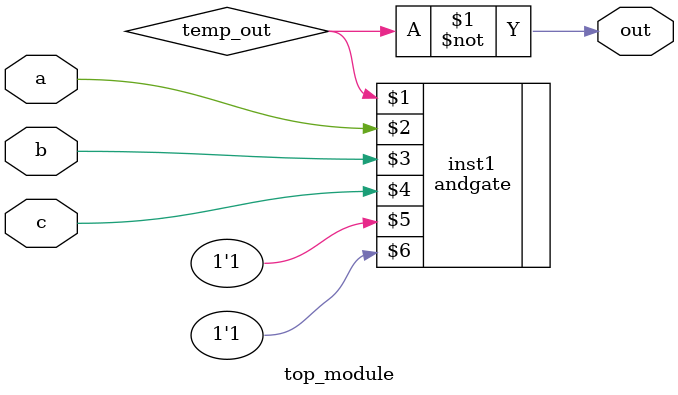
<source format=v>
module top_module (input a, input b, input c, output out);//
wire temp_out;
    andgate inst1 (temp_out,a, b, c,1'b1,1'b1);
	assign out=~temp_out;
endmodule

</source>
